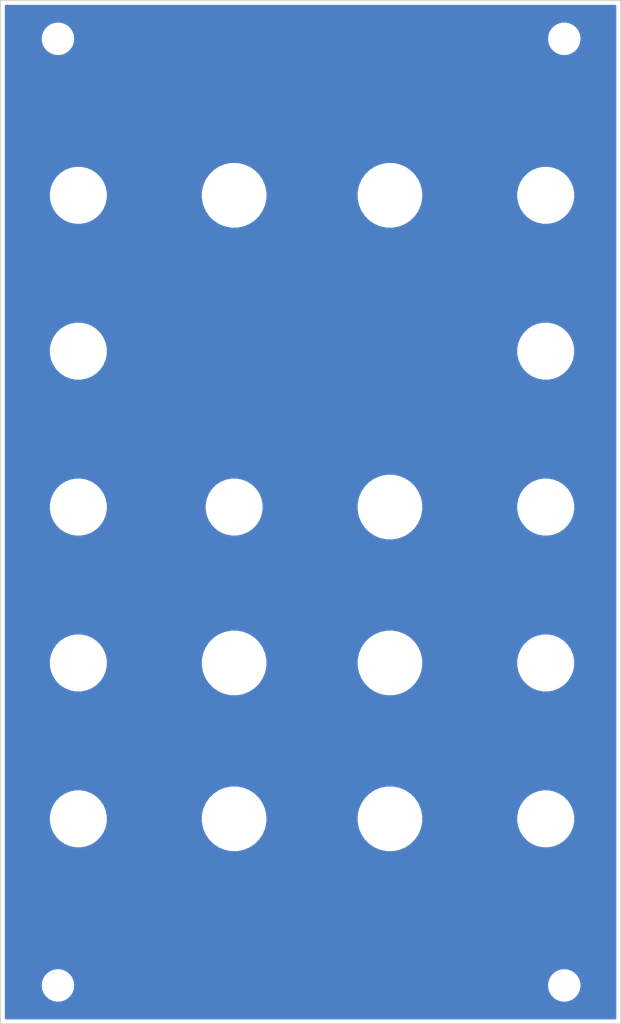
<source format=kicad_pcb>
(kicad_pcb (version 20171130) (host pcbnew 5.1.6-c6e7f7d~86~ubuntu20.04.1)

  (general
    (thickness 1.6)
    (drawings 24)
    (tracks 0)
    (zones 0)
    (modules 27)
    (nets 1)
  )

  (page A4)
  (title_block
    (title X4046)
    (date 2019-09-02)
    (rev R01)
    (comment 1 "Panel PCB")
    (comment 2 "Original design by Thomas Henry")
    (comment 4 "License CC BY 4.0 - Attribution 4.0 International")
  )

  (layers
    (0 F.Cu signal)
    (31 B.Cu signal hide)
    (32 B.Adhes user)
    (33 F.Adhes user)
    (34 B.Paste user)
    (35 F.Paste user)
    (36 B.SilkS user)
    (37 F.SilkS user)
    (38 B.Mask user)
    (39 F.Mask user)
    (40 Dwgs.User user hide)
    (41 Cmts.User user hide)
    (42 Eco1.User user hide)
    (43 Eco2.User user hide)
    (44 Edge.Cuts user)
    (45 Margin user)
    (46 B.CrtYd user)
    (47 F.CrtYd user)
    (48 B.Fab user)
    (49 F.Fab user)
  )

  (setup
    (last_trace_width 0.25)
    (trace_clearance 0.2)
    (zone_clearance 0.508)
    (zone_45_only no)
    (trace_min 0.2)
    (via_size 0.8)
    (via_drill 0.4)
    (via_min_size 0.4)
    (via_min_drill 0.3)
    (uvia_size 0.3)
    (uvia_drill 0.1)
    (uvias_allowed no)
    (uvia_min_size 0.2)
    (uvia_min_drill 0.1)
    (edge_width 0.05)
    (segment_width 0.2)
    (pcb_text_width 0.3)
    (pcb_text_size 1.5 1.5)
    (mod_edge_width 0.12)
    (mod_text_size 1 1)
    (mod_text_width 0.15)
    (pad_size 3.2 3.2)
    (pad_drill 3.2)
    (pad_to_mask_clearance 0.051)
    (solder_mask_min_width 0.25)
    (aux_axis_origin 0 0)
    (visible_elements FFFFFF7F)
    (pcbplotparams
      (layerselection 0x010fc_ffffffff)
      (usegerberextensions false)
      (usegerberattributes false)
      (usegerberadvancedattributes false)
      (creategerberjobfile false)
      (excludeedgelayer false)
      (linewidth 0.150000)
      (plotframeref false)
      (viasonmask false)
      (mode 1)
      (useauxorigin false)
      (hpglpennumber 1)
      (hpglpenspeed 20)
      (hpglpendiameter 15.000000)
      (psnegative false)
      (psa4output false)
      (plotreference true)
      (plotvalue true)
      (plotinvisibletext false)
      (padsonsilk false)
      (subtractmaskfromsilk false)
      (outputformat 1)
      (mirror false)
      (drillshape 0)
      (scaleselection 1)
      (outputdirectory "./gerbers"))
  )

  (net 0 "")

  (net_class Default "This is the default net class."
    (clearance 0.2)
    (trace_width 0.25)
    (via_dia 0.8)
    (via_drill 0.4)
    (uvia_dia 0.3)
    (uvia_drill 0.1)
  )

  (module elektrophon:panel_jack (layer F.Cu) (tedit 5DA46DDA) (tstamp 5D6B46F9)
    (at 96.52 132.08)
    (descr "Mounting Hole 8.4mm, no annular, M8")
    (tags "mounting hole 8.4mm no annular m8")
    (path /5D6B4FC6)
    (attr virtual)
    (fp_text reference H18 (at 0 -9.4) (layer F.SilkS) hide
      (effects (font (size 1 1) (thickness 0.15)))
    )
    (fp_text value square (at 0 9.144) (layer F.Mask) hide
      (effects (font (size 2 1.4) (thickness 0.25)))
    )
    (fp_text user %R (at 0.3 0) (layer F.Fab) hide
      (effects (font (size 1 1) (thickness 0.15)))
    )
    (fp_circle (center 0 0) (end 4 0) (layer Cmts.User) (width 0.15))
    (fp_circle (center 0 0) (end 4.2 0) (layer F.CrtYd) (width 0.05))
    (pad "" np_thru_hole circle (at 0 0) (size 6.4 6.4) (drill 6.4) (layers *.Cu *.Mask))
    (model "${KIPRJMOD}/../../../lib/kicad/models/PJ301M-12 Thonkiconn v0.2.stp"
      (offset (xyz 0 0.8 -10.5))
      (scale (xyz 1 1 1))
      (rotate (xyz 0 0 0))
    )
  )

  (module elektrophon:panel_jack (layer F.Cu) (tedit 5DA46DDA) (tstamp 5D6B46F4)
    (at 96.52 111.76)
    (descr "Mounting Hole 8.4mm, no annular, M8")
    (tags "mounting hole 8.4mm no annular m8")
    (path /5D6B1F22)
    (attr virtual)
    (fp_text reference H17 (at 0 -9.4) (layer F.SilkS) hide
      (effects (font (size 1 1) (thickness 0.15)))
    )
    (fp_text value fall (at 0 9.144) (layer F.Mask) hide
      (effects (font (size 2 1.4) (thickness 0.25)))
    )
    (fp_text user %R (at 0.3 0) (layer F.Fab) hide
      (effects (font (size 1 1) (thickness 0.15)))
    )
    (fp_circle (center 0 0) (end 4 0) (layer Cmts.User) (width 0.15))
    (fp_circle (center 0 0) (end 4.2 0) (layer F.CrtYd) (width 0.05))
    (pad "" np_thru_hole circle (at 0 0) (size 6.4 6.4) (drill 6.4) (layers *.Cu *.Mask))
    (model "${KIPRJMOD}/../../../lib/kicad/models/PJ301M-12 Thonkiconn v0.2.stp"
      (offset (xyz 0 0.8 -10.5))
      (scale (xyz 1 1 1))
      (rotate (xyz 0 0 0))
    )
  )

  (module elektrophon:panel_jack (layer F.Cu) (tedit 5DA46DDA) (tstamp 5D6B46EA)
    (at 96.52 71.12)
    (descr "Mounting Hole 8.4mm, no annular, M8")
    (tags "mounting hole 8.4mm no annular m8")
    (path /5D6B1096)
    (attr virtual)
    (fp_text reference H15 (at 0 -9.4) (layer F.SilkS) hide
      (effects (font (size 1 1) (thickness 0.15)))
    )
    (fp_text value triangle (at 0 9.144) (layer F.Mask) hide
      (effects (font (size 2 1.4) (thickness 0.25)))
    )
    (fp_text user %R (at 0.3 0) (layer F.Fab) hide
      (effects (font (size 1 1) (thickness 0.15)))
    )
    (fp_circle (center 0 0) (end 4 0) (layer Cmts.User) (width 0.15))
    (fp_circle (center 0 0) (end 4.2 0) (layer F.CrtYd) (width 0.05))
    (pad "" np_thru_hole circle (at 0 0) (size 6.4 6.4) (drill 6.4) (layers *.Cu *.Mask))
    (model "${KIPRJMOD}/../../../lib/kicad/models/PJ301M-12 Thonkiconn v0.2.stp"
      (offset (xyz 0 0.8 -10.5))
      (scale (xyz 1 1 1))
      (rotate (xyz 0 0 0))
    )
  )

  (module elektrophon:panel_jack (layer F.Cu) (tedit 5DA46DDA) (tstamp 5D6B46E5)
    (at 96.52 50.8)
    (descr "Mounting Hole 8.4mm, no annular, M8")
    (tags "mounting hole 8.4mm no annular m8")
    (path /5D6B02B8)
    (attr virtual)
    (fp_text reference H14 (at 0 -9.4) (layer F.SilkS) hide
      (effects (font (size 1 1) (thickness 0.15)))
    )
    (fp_text value saw (at 0 9.144) (layer F.Mask) hide
      (effects (font (size 2 1.4) (thickness 0.25)))
    )
    (fp_text user %R (at 0.3 0) (layer F.Fab) hide
      (effects (font (size 1 1) (thickness 0.15)))
    )
    (fp_circle (center 0 0) (end 4 0) (layer Cmts.User) (width 0.15))
    (fp_circle (center 0 0) (end 4.2 0) (layer F.CrtYd) (width 0.05))
    (pad "" np_thru_hole circle (at 0 0) (size 6.4 6.4) (drill 6.4) (layers *.Cu *.Mask))
    (model "${KIPRJMOD}/../../../lib/kicad/models/PJ301M-12 Thonkiconn v0.2.stp"
      (offset (xyz 0 0.8 -10.5))
      (scale (xyz 1 1 1))
      (rotate (xyz 0 0 0))
    )
  )

  (module elektrophon:panel_potentiometer (layer F.Cu) (tedit 5EE650CE) (tstamp 5D6B46E0)
    (at 76.2 132.08)
    (descr "Mounting Hole 8.4mm, no annular, M8")
    (tags "mounting hole 8.4mm no annular m8")
    (path /5D6B4FC0)
    (attr virtual)
    (fp_text reference H13 (at 0 -9.4) (layer F.SilkS) hide
      (effects (font (size 1 1) (thickness 0.15)))
    )
    (fp_text value PW (at 0 9.144) (layer F.Mask) hide
      (effects (font (size 2 1.4) (thickness 0.25)))
    )
    (fp_text user %R (at 0.3 0) (layer F.Fab) hide
      (effects (font (size 1 1) (thickness 0.15)))
    )
    (fp_circle (center 0 0) (end 6.35 0) (layer Cmts.User) (width 0.15))
    (fp_circle (center 0 0) (end 6.6 0) (layer F.CrtYd) (width 0.05))
    (pad "" np_thru_hole circle (at 0 0) (size 7.4 7.4) (drill 7.4) (layers *.Cu *.Mask))
    (model ${KIPRJMOD}/../../../lib/kicad/models/ALPHA-RD901F-40.step
      (offset (xyz 0 0.5 -12))
      (scale (xyz 1 1 1))
      (rotate (xyz 0 0 0))
    )
  )

  (module elektrophon:panel_potentiometer (layer F.Cu) (tedit 5EE650CE) (tstamp 5D6B46DB)
    (at 76.2 111.76)
    (descr "Mounting Hole 8.4mm, no annular, M8")
    (tags "mounting hole 8.4mm no annular m8")
    (path /5D6B1F1C)
    (attr virtual)
    (fp_text reference H12 (at 0 -9.4) (layer F.SilkS) hide
      (effects (font (size 1 1) (thickness 0.15)))
    )
    (fp_text value skew (at 0 9.144) (layer F.Mask) hide
      (effects (font (size 2 1.4) (thickness 0.25)))
    )
    (fp_text user %R (at 0.3 0) (layer F.Fab) hide
      (effects (font (size 1 1) (thickness 0.15)))
    )
    (fp_circle (center 0 0) (end 6.35 0) (layer Cmts.User) (width 0.15))
    (fp_circle (center 0 0) (end 6.6 0) (layer F.CrtYd) (width 0.05))
    (pad "" np_thru_hole circle (at 0 0) (size 7.4 7.4) (drill 7.4) (layers *.Cu *.Mask))
    (model ${KIPRJMOD}/../../../lib/kicad/models/ALPHA-RD901F-40.step
      (offset (xyz 0 0.5 -12))
      (scale (xyz 1 1 1))
      (rotate (xyz 0 0 0))
    )
  )

  (module elektrophon:panel_potentiometer (layer F.Cu) (tedit 5EE650CE) (tstamp 5D6B46D1)
    (at 76.2 50.8)
    (descr "Mounting Hole 8.4mm, no annular, M8")
    (tags "mounting hole 8.4mm no annular m8")
    (path /5D6AFC16)
    (attr virtual)
    (fp_text reference H10 (at 0 -9.4) (layer F.SilkS) hide
      (effects (font (size 1 1) (thickness 0.15)))
    )
    (fp_text value fine (at 0 9.144) (layer F.Mask) hide
      (effects (font (size 2 1.4) (thickness 0.25)))
    )
    (fp_text user %R (at 0.3 0) (layer F.Fab) hide
      (effects (font (size 1 1) (thickness 0.15)))
    )
    (fp_circle (center 0 0) (end 6.35 0) (layer Cmts.User) (width 0.15))
    (fp_circle (center 0 0) (end 6.6 0) (layer F.CrtYd) (width 0.05))
    (pad "" np_thru_hole circle (at 0 0) (size 7.4 7.4) (drill 7.4) (layers *.Cu *.Mask))
    (model ${KIPRJMOD}/../../../lib/kicad/models/ALPHA-RD901F-40.step
      (offset (xyz 0 0.5 -12))
      (scale (xyz 1 1 1))
      (rotate (xyz 0 0 0))
    )
  )

  (module elektrophon:panel_potentiometer (layer F.Cu) (tedit 5EE650CE) (tstamp 5D6B46CC)
    (at 55.88 132.08)
    (descr "Mounting Hole 8.4mm, no annular, M8")
    (tags "mounting hole 8.4mm no annular m8")
    (path /5D6B4FBA)
    (attr virtual)
    (fp_text reference H9 (at 0 -9.4) (layer F.SilkS) hide
      (effects (font (size 1 1) (thickness 0.15)))
    )
    (fp_text value atten (at 0 9.144) (layer F.Mask) hide
      (effects (font (size 2 1.4) (thickness 0.25)))
    )
    (fp_text user %R (at 0.3 0) (layer F.Fab) hide
      (effects (font (size 1 1) (thickness 0.15)))
    )
    (fp_circle (center 0 0) (end 6.35 0) (layer Cmts.User) (width 0.15))
    (fp_circle (center 0 0) (end 6.6 0) (layer F.CrtYd) (width 0.05))
    (pad "" np_thru_hole circle (at 0 0) (size 7.4 7.4) (drill 7.4) (layers *.Cu *.Mask))
    (model ${KIPRJMOD}/../../../lib/kicad/models/ALPHA-RD901F-40.step
      (offset (xyz 0 0.5 -12))
      (scale (xyz 1 1 1))
      (rotate (xyz 0 0 0))
    )
  )

  (module elektrophon:panel_potentiometer (layer F.Cu) (tedit 5EE650CE) (tstamp 5D6B46C7)
    (at 55.88 111.76)
    (descr "Mounting Hole 8.4mm, no annular, M8")
    (tags "mounting hole 8.4mm no annular m8")
    (path /5D6B1F16)
    (attr virtual)
    (fp_text reference H8 (at 0 -9.4) (layer F.SilkS) hide
      (effects (font (size 1 1) (thickness 0.15)))
    )
    (fp_text value atten (at 0 9.144) (layer F.Mask) hide
      (effects (font (size 2 1.4) (thickness 0.25)))
    )
    (fp_text user %R (at 0.3 0) (layer F.Fab) hide
      (effects (font (size 1 1) (thickness 0.15)))
    )
    (fp_circle (center 0 0) (end 6.35 0) (layer Cmts.User) (width 0.15))
    (fp_circle (center 0 0) (end 6.6 0) (layer F.CrtYd) (width 0.05))
    (pad "" np_thru_hole circle (at 0 0) (size 7.4 7.4) (drill 7.4) (layers *.Cu *.Mask))
    (model ${KIPRJMOD}/../../../lib/kicad/models/ALPHA-RD901F-40.step
      (offset (xyz 0 0.5 -12))
      (scale (xyz 1 1 1))
      (rotate (xyz 0 0 0))
    )
  )

  (module elektrophon:panel_potentiometer (layer F.Cu) (tedit 5EE650CE) (tstamp 5D6B46BD)
    (at 55.88 50.8)
    (descr "Mounting Hole 8.4mm, no annular, M8")
    (tags "mounting hole 8.4mm no annular m8")
    (path /5D6AF633)
    (attr virtual)
    (fp_text reference H6 (at 0 -9.4) (layer F.SilkS) hide
      (effects (font (size 1 1) (thickness 0.15)))
    )
    (fp_text value coarse (at 0 9.144) (layer F.Mask) hide
      (effects (font (size 2 1.4) (thickness 0.25)))
    )
    (fp_text user %R (at 0.3 0) (layer F.Fab) hide
      (effects (font (size 1 1) (thickness 0.15)))
    )
    (fp_circle (center 0 0) (end 6.35 0) (layer Cmts.User) (width 0.15))
    (fp_circle (center 0 0) (end 6.6 0) (layer F.CrtYd) (width 0.05))
    (pad "" np_thru_hole circle (at 0 0) (size 7.4 7.4) (drill 7.4) (layers *.Cu *.Mask))
    (model ${KIPRJMOD}/../../../lib/kicad/models/ALPHA-RD901F-40.step
      (offset (xyz 0 0.5 -12))
      (scale (xyz 1 1 1))
      (rotate (xyz 0 0 0))
    )
  )

  (module elektrophon:panel_jack (layer F.Cu) (tedit 5DA46DDA) (tstamp 5D6B46B8)
    (at 35.56 132.08)
    (descr "Mounting Hole 8.4mm, no annular, M8")
    (tags "mounting hole 8.4mm no annular m8")
    (path /5D6B4FB4)
    (attr virtual)
    (fp_text reference H5 (at 0 -9.4) (layer F.SilkS) hide
      (effects (font (size 1 1) (thickness 0.15)))
    )
    (fp_text value PWM (at 0 9.144) (layer F.Mask) hide
      (effects (font (size 2 1.4) (thickness 0.25)))
    )
    (fp_text user %R (at 0.3 0) (layer F.Fab) hide
      (effects (font (size 1 1) (thickness 0.15)))
    )
    (fp_circle (center 0 0) (end 4 0) (layer Cmts.User) (width 0.15))
    (fp_circle (center 0 0) (end 4.2 0) (layer F.CrtYd) (width 0.05))
    (pad "" np_thru_hole circle (at 0 0) (size 6.4 6.4) (drill 6.4) (layers *.Cu *.Mask))
    (model "${KIPRJMOD}/../../../lib/kicad/models/PJ301M-12 Thonkiconn v0.2.stp"
      (offset (xyz 0 0.8 -10.5))
      (scale (xyz 1 1 1))
      (rotate (xyz 0 0 0))
    )
  )

  (module elektrophon:panel_jack (layer F.Cu) (tedit 5DA46DDA) (tstamp 5D6B46B3)
    (at 35.56 111.76)
    (descr "Mounting Hole 8.4mm, no annular, M8")
    (tags "mounting hole 8.4mm no annular m8")
    (path /5D6B1F10)
    (attr virtual)
    (fp_text reference H4 (at 0 -9.4) (layer F.SilkS) hide
      (effects (font (size 1 1) (thickness 0.15)))
    )
    (fp_text value expFM (at 0 9.144) (layer F.Mask) hide
      (effects (font (size 2 1.4) (thickness 0.25)))
    )
    (fp_text user %R (at 0.3 0) (layer F.Fab) hide
      (effects (font (size 1 1) (thickness 0.15)))
    )
    (fp_circle (center 0 0) (end 4 0) (layer Cmts.User) (width 0.15))
    (fp_circle (center 0 0) (end 4.2 0) (layer F.CrtYd) (width 0.05))
    (pad "" np_thru_hole circle (at 0 0) (size 6.4 6.4) (drill 6.4) (layers *.Cu *.Mask))
    (model "${KIPRJMOD}/../../../lib/kicad/models/PJ301M-12 Thonkiconn v0.2.stp"
      (offset (xyz 0 0.8 -10.5))
      (scale (xyz 1 1 1))
      (rotate (xyz 0 0 0))
    )
  )

  (module elektrophon:panel_jack (layer F.Cu) (tedit 5DA46DDA) (tstamp 5D6B46AE)
    (at 35.56 91.44)
    (descr "Mounting Hole 8.4mm, no annular, M8")
    (tags "mounting hole 8.4mm no annular m8")
    (path /5D6B18CE)
    (attr virtual)
    (fp_text reference H3 (at 0 -9.4) (layer F.SilkS) hide
      (effects (font (size 1 1) (thickness 0.15)))
    )
    (fp_text value linFM (at 0 9.144) (layer F.Mask) hide
      (effects (font (size 2 1.4) (thickness 0.25)))
    )
    (fp_text user %R (at 0.3 0) (layer F.Fab) hide
      (effects (font (size 1 1) (thickness 0.15)))
    )
    (fp_circle (center 0 0) (end 4 0) (layer Cmts.User) (width 0.15))
    (fp_circle (center 0 0) (end 4.2 0) (layer F.CrtYd) (width 0.05))
    (pad "" np_thru_hole circle (at 0 0) (size 6.4 6.4) (drill 6.4) (layers *.Cu *.Mask))
    (model "${KIPRJMOD}/../../../lib/kicad/models/PJ301M-12 Thonkiconn v0.2.stp"
      (offset (xyz 0 0.8 -10.5))
      (scale (xyz 1 1 1))
      (rotate (xyz 0 0 0))
    )
  )

  (module elektrophon:panel_jack (layer F.Cu) (tedit 5DA46DDA) (tstamp 5D6B46A9)
    (at 35.56 71.12)
    (descr "Mounting Hole 8.4mm, no annular, M8")
    (tags "mounting hole 8.4mm no annular m8")
    (path /5D6B1084)
    (attr virtual)
    (fp_text reference H2 (at 0 -9.4) (layer F.SilkS) hide
      (effects (font (size 1 1) (thickness 0.15)))
    )
    (fp_text value sync (at 0 9.144) (layer F.Mask) hide
      (effects (font (size 2 1.4) (thickness 0.25)))
    )
    (fp_text user %R (at 0.3 0) (layer F.Fab) hide
      (effects (font (size 1 1) (thickness 0.15)))
    )
    (fp_circle (center 0 0) (end 4 0) (layer Cmts.User) (width 0.15))
    (fp_circle (center 0 0) (end 4.2 0) (layer F.CrtYd) (width 0.05))
    (pad "" np_thru_hole circle (at 0 0) (size 6.4 6.4) (drill 6.4) (layers *.Cu *.Mask))
    (model "${KIPRJMOD}/../../../lib/kicad/models/PJ301M-12 Thonkiconn v0.2.stp"
      (offset (xyz 0 0.8 -10.5))
      (scale (xyz 1 1 1))
      (rotate (xyz 0 0 0))
    )
  )

  (module elektrophon:panel_jack (layer F.Cu) (tedit 5DA46DDA) (tstamp 5D6B46A4)
    (at 35.56 50.8)
    (descr "Mounting Hole 8.4mm, no annular, M8")
    (tags "mounting hole 8.4mm no annular m8")
    (path /5D6AF58E)
    (attr virtual)
    (fp_text reference H1 (at 0 -9.4) (layer F.SilkS) hide
      (effects (font (size 1 1) (thickness 0.15)))
    )
    (fp_text value 1v/oct (at 0 9.144) (layer F.Mask) hide
      (effects (font (size 2 1.4) (thickness 0.25)))
    )
    (fp_text user %R (at 0.3 0) (layer F.Fab) hide
      (effects (font (size 1 1) (thickness 0.15)))
    )
    (fp_circle (center 0 0) (end 4 0) (layer Cmts.User) (width 0.15))
    (fp_circle (center 0 0) (end 4.2 0) (layer F.CrtYd) (width 0.05))
    (pad "" np_thru_hole circle (at 0 0) (size 6.4 6.4) (drill 6.4) (layers *.Cu *.Mask))
    (model "${KIPRJMOD}/../../../lib/kicad/models/PJ301M-12 Thonkiconn v0.2.stp"
      (offset (xyz 0 0.8 -10.5))
      (scale (xyz 1 1 1))
      (rotate (xyz 0 0 0))
    )
  )

  (module elektrophon:panel_switch (layer F.Cu) (tedit 5EE642B8) (tstamp 5D6B46C2)
    (at 55.88 91.44)
    (descr "Mounting Hole 8.4mm, no annular, M8")
    (tags "mounting hole 8.4mm no annular m8")
    (path /5D6B18D4)
    (attr virtual)
    (fp_text reference H7 (at 0 -9.4) (layer F.SilkS) hide
      (effects (font (size 1 1) (thickness 0.15)))
    )
    (fp_text value ac/dc (at 0 9.144) (layer F.Mask) hide
      (effects (font (size 2 1.4) (thickness 0.25)))
    )
    (fp_text user %R (at 0.3 0) (layer F.Fab) hide
      (effects (font (size 1 1) (thickness 0.15)))
    )
    (fp_circle (center 0 0) (end 5.2 0) (layer F.CrtYd) (width 0.05))
    (fp_circle (center 0 0) (end 5 0) (layer Cmts.User) (width 0.15))
    (pad "" np_thru_hole circle (at 0 0) (size 6.4 6.4) (drill 6.4) (layers *.Cu *.Mask))
    (model "/home/etienne/Documents/elektrophon/lib/kicad/models/SPDT Toggle Switch.stp"
      (offset (xyz -3.5 12.5 -10.5))
      (scale (xyz 1 1 1))
      (rotate (xyz -90 0 -90))
    )
  )

  (module elektrophon:panel_jack (layer F.Cu) (tedit 5DA46DDA) (tstamp 5D6B46EF)
    (at 96.52 91.44)
    (descr "Mounting Hole 8.4mm, no annular, M8")
    (tags "mounting hole 8.4mm no annular m8")
    (path /5D6B18E0)
    (attr virtual)
    (fp_text reference H16 (at 0 -9.4) (layer F.SilkS) hide
      (effects (font (size 1 1) (thickness 0.15)))
    )
    (fp_text value sine (at 0 9.144) (layer F.Mask) hide
      (effects (font (size 2 1.4) (thickness 0.25)))
    )
    (fp_text user %R (at 0.3 0) (layer F.Fab)
      (effects (font (size 1 1) (thickness 0.15)))
    )
    (fp_circle (center 0 0) (end 4 0) (layer Cmts.User) (width 0.15))
    (fp_circle (center 0 0) (end 4.2 0) (layer F.CrtYd) (width 0.05))
    (pad "" np_thru_hole circle (at 0 0) (size 6.4 6.4) (drill 6.4) (layers *.Cu *.Mask))
    (model "${KIPRJMOD}/../../../lib/kicad/models/PJ301M-12 Thonkiconn v0.2.stp"
      (offset (xyz 0 0.8 -10.5))
      (scale (xyz 1 1 1))
      (rotate (xyz 0 0 0))
    )
  )

  (module elektrophon:waveshape_sine (layer F.Cu) (tedit 5D6AF917) (tstamp 5D6C289C)
    (at 96.52 91.44)
    (descr "Imported from ../../lib/kicad/elektrophon.pretty/sine.svg")
    (tags svg2mod)
    (attr smd)
    (fp_text reference svg2mod (at 0 -4.119191) (layer F.SilkS) hide
      (effects (font (size 1.524 1.524) (thickness 0.3048)))
    )
    (fp_text value G*** (at 0 11.684) (layer F.SilkS) hide
      (effects (font (size 1.524 1.524) (thickness 0.3048)))
    )
    (fp_line (start -2.538214 8.671618) (end -2.362736 8.317877) (layer F.Mask) (width 0.5))
    (fp_line (start -2.362736 8.317877) (end -1.866564 7.727725) (layer F.Mask) (width 0.5))
    (fp_line (start -1.866564 7.727725) (end -1.512403 7.564809) (layer F.Mask) (width 0.5))
    (fp_line (start -1.512403 7.564809) (end -1.095093 7.607769) (layer F.Mask) (width 0.5))
    (fp_line (start -1.095093 7.607769) (end -0.620307 7.94493) (layer F.Mask) (width 0.5))
    (fp_line (start -0.620307 7.94493) (end -0.093719 8.664618) (layer F.Mask) (width 0.5))
    (fp_line (start -0.093719 8.664618) (end 0.440923 9.376595) (layer F.Mask) (width 0.5))
    (fp_line (start 0.440923 9.376595) (end 0.936943 9.693258) (layer F.Mask) (width 0.5))
    (fp_line (start 0.936943 9.693258) (end 1.384272 9.707191) (layer F.Mask) (width 0.5))
    (fp_line (start 1.384272 9.707191) (end 1.772845 9.510977) (layer F.Mask) (width 0.5))
    (fp_line (start 1.772845 9.510977) (end 2.333448 8.858449) (layer F.Mask) (width 0.5))
    (fp_line (start 2.333448 8.858449) (end 2.538214 8.476346) (layer F.Mask) (width 0.5))
  )

  (module elektrophon:panel_potentiometer (layer F.Cu) (tedit 5EE650CE) (tstamp 5D6B46D6)
    (at 76.2 91.44)
    (descr "Mounting Hole 8.4mm, no annular, M8")
    (tags "mounting hole 8.4mm no annular m8")
    (path /5D6B18DA)
    (attr virtual)
    (fp_text reference H11 (at 0 -9.4) (layer F.SilkS) hide
      (effects (font (size 1 1) (thickness 0.15)))
    )
    (fp_text value atten (at 0 9.144) (layer F.Mask) hide
      (effects (font (size 2 1.4) (thickness 0.25)))
    )
    (fp_text user %R (at 0.3 0) (layer F.Fab)
      (effects (font (size 1 1) (thickness 0.15)))
    )
    (fp_circle (center 0 0) (end 6.35 0) (layer Cmts.User) (width 0.15))
    (fp_circle (center 0 0) (end 6.6 0) (layer F.CrtYd) (width 0.05))
    (pad "" np_thru_hole circle (at 0 0) (size 7.4 7.4) (drill 7.4) (layers *.Cu *.Mask))
    (model ${KIPRJMOD}/../../../lib/kicad/models/ALPHA-RD901F-40.step
      (offset (xyz 0 0.5 -12))
      (scale (xyz 1 1 1))
      (rotate (xyz 0 0 0))
    )
  )

  (module elektrophon:waveshape_square (layer F.Cu) (tedit 5D6AF935) (tstamp 5D6C28B5)
    (at 96.52 132.08)
    (descr "Imported from ../../lib/kicad/elektrophon.pretty/saw.svg")
    (tags svg2mod)
    (attr smd)
    (fp_text reference svg2mod (at 0 -4.58823) (layer F.SilkS) hide
      (effects (font (size 1.524 1.524) (thickness 0.3048)))
    )
    (fp_text value G*** (at 0 11.176) (layer F.SilkS) hide
      (effects (font (size 1.524 1.524) (thickness 0.3048)))
    )
    (fp_line (start -2.032 8.62667) (end -2.032 7.112) (layer F.Mask) (width 0.5))
    (fp_line (start -2.032 7.09577) (end -0.207183 7.09617) (layer F.Mask) (width 0.5))
    (fp_line (start 0 7.112) (end 0 9.652) (layer F.Mask) (width 0.5))
    (fp_line (start 0 9.652) (end 2.032 9.652) (layer F.Mask) (width 0.5))
    (fp_line (start 2.032 9.652) (end 2.032 8.128) (layer F.Mask) (width 0.5))
  )

  (module elektrophon:waveshape_saw (layer F.Cu) (tedit 5D6AF863) (tstamp 5D6C286E)
    (at 96.52 50.8)
    (descr "Imported from ../../lib/kicad/elektrophon.pretty/fall.svg")
    (tags svg2mod)
    (attr smd)
    (fp_text reference svg2mod (at 0 -4.69341) (layer F.SilkS) hide
      (effects (font (size 1.524 1.524) (thickness 0.3048)))
    )
    (fp_text value G*** (at 0 11.684) (layer F.SilkS) hide
      (effects (font (size 1.524 1.524) (thickness 0.3048)))
    )
    (fp_line (start -1.016 9.652) (end -1.016 7.62) (layer F.Mask) (width 0.5))
    (fp_line (start -1.016 7.49859) (end 2.54 9.652) (layer F.Mask) (width 0.5))
  )

  (module elektrophon:waveshape_triangle (layer F.Cu) (tedit 5D6AF949) (tstamp 5D6C283E)
    (at 96.52 71.12)
    (descr "Imported from ../../lib/kicad/elektrophon.pretty/triangle.svg")
    (tags svg2mod)
    (attr smd)
    (fp_text reference svg2mod (at 0 -4.43467) (layer F.SilkS) hide
      (effects (font (size 1.524 1.524) (thickness 0.3048)))
    )
    (fp_text value G*** (at 0 11.176) (layer F.SilkS) hide
      (effects (font (size 1.524 1.524) (thickness 0.3048)))
    )
    (fp_line (start -2.032 8.636) (end -0.508 6.604) (layer F.Mask) (width 0.5))
    (fp_line (start -0.508 6.604) (end 1.524 9.51467) (layer F.Mask) (width 0.5))
    (fp_line (start 1.524 9.51467) (end 2.54 7.82361) (layer F.Mask) (width 0.5))
  )

  (module elektrophon:waveshape_fall (layer F.Cu) (tedit 5D6AF872) (tstamp 5D6C2628)
    (at 96.52 111.76)
    (descr "Imported from ../../lib/kicad/elektrophon.pretty/fall.svg")
    (tags svg2mod)
    (attr smd)
    (fp_text reference svg2mod (at 0 -4.69341) (layer F.SilkS) hide
      (effects (font (size 1.524 1.524) (thickness 0.3048)))
    )
    (fp_text value G*** (at 0 11.684) (layer F.SilkS) hide
      (effects (font (size 1.524 1.524) (thickness 0.3048)))
    )
    (fp_line (start -1.524 9.652) (end -0.508 7.49859) (layer F.Mask) (width 0.5))
    (fp_line (start -0.508 7.49859) (end 2.032 9.652) (layer F.Mask) (width 0.5))
  )

  (module MountingHole:MountingHole_3.2mm_M3 (layer F.Cu) (tedit 56D1B4CB) (tstamp 5D6C7189)
    (at 98.94 153.8)
    (descr "Mounting Hole 3.2mm, no annular, M3")
    (tags "mounting hole 3.2mm no annular m3")
    (path /5D6C254B)
    (attr virtual)
    (fp_text reference H22 (at 0 -4.2) (layer F.SilkS) hide
      (effects (font (size 1 1) (thickness 0.15)))
    )
    (fp_text value MountingHole (at 0 4.2) (layer F.Fab) hide
      (effects (font (size 1 1) (thickness 0.15)))
    )
    (fp_text user %R (at 0.3 0) (layer F.Fab)
      (effects (font (size 1 1) (thickness 0.15)))
    )
    (fp_circle (center 0 0) (end 3.2 0) (layer Cmts.User) (width 0.15))
    (fp_circle (center 0 0) (end 3.45 0) (layer F.CrtYd) (width 0.05))
    (pad 1 np_thru_hole circle (at 0 0) (size 3.2 3.2) (drill 3.2) (layers *.Cu *.Mask))
  )

  (module MountingHole:MountingHole_3.2mm_M3 (layer F.Cu) (tedit 56D1B4CB) (tstamp 5D6C7181)
    (at 98.94 30.4)
    (descr "Mounting Hole 3.2mm, no annular, M3")
    (tags "mounting hole 3.2mm no annular m3")
    (path /5D6C22FB)
    (attr virtual)
    (fp_text reference H21 (at 0 -4.2) (layer F.SilkS) hide
      (effects (font (size 1 1) (thickness 0.15)))
    )
    (fp_text value MountingHole (at 0 4.2) (layer F.Fab) hide
      (effects (font (size 1 1) (thickness 0.15)))
    )
    (fp_text user %R (at 0.3 0) (layer F.Fab)
      (effects (font (size 1 1) (thickness 0.15)))
    )
    (fp_circle (center 0 0) (end 3.2 0) (layer Cmts.User) (width 0.15))
    (fp_circle (center 0 0) (end 3.45 0) (layer F.CrtYd) (width 0.05))
    (pad 1 np_thru_hole circle (at 0 0) (size 3.2 3.2) (drill 3.2) (layers *.Cu *.Mask))
  )

  (module MountingHole:MountingHole_3.2mm_M3 (layer F.Cu) (tedit 56D1B4CB) (tstamp 5D6C7179)
    (at 32.9 153.8)
    (descr "Mounting Hole 3.2mm, no annular, M3")
    (tags "mounting hole 3.2mm no annular m3")
    (path /5D6C2167)
    (attr virtual)
    (fp_text reference H20 (at 0 -4.2) (layer F.SilkS) hide
      (effects (font (size 1 1) (thickness 0.15)))
    )
    (fp_text value MountingHole (at 0 4.2) (layer F.Fab) hide
      (effects (font (size 1 1) (thickness 0.15)))
    )
    (fp_text user %R (at 0.3 0) (layer F.Fab)
      (effects (font (size 1 1) (thickness 0.15)))
    )
    (fp_circle (center 0 0) (end 3.2 0) (layer Cmts.User) (width 0.15))
    (fp_circle (center 0 0) (end 3.45 0) (layer F.CrtYd) (width 0.05))
    (pad 1 np_thru_hole circle (at 0 0) (size 3.2 3.2) (drill 3.2) (layers *.Cu *.Mask))
  )

  (module MountingHole:MountingHole_3.2mm_M3 (layer F.Cu) (tedit 56D1B4CB) (tstamp 5D6C7171)
    (at 32.9 30.4)
    (descr "Mounting Hole 3.2mm, no annular, M3")
    (tags "mounting hole 3.2mm no annular m3")
    (path /5D6C1F77)
    (attr virtual)
    (fp_text reference H19 (at 0 -4.2) (layer F.SilkS) hide
      (effects (font (size 1 1) (thickness 0.15)))
    )
    (fp_text value MountingHole (at 0 4.2) (layer F.Fab) hide
      (effects (font (size 1 1) (thickness 0.15)))
    )
    (fp_text user %R (at 0.3 0) (layer F.Fab)
      (effects (font (size 1 1) (thickness 0.15)))
    )
    (fp_circle (center 0 0) (end 3.2 0) (layer Cmts.User) (width 0.15))
    (fp_circle (center 0 0) (end 3.45 0) (layer F.CrtYd) (width 0.05))
    (pad 1 np_thru_hole circle (at 0 0) (size 3.2 3.2) (drill 3.2) (layers *.Cu *.Mask))
  )

  (gr_text pw (at 76.2 140.716) (layer F.Mask) (tstamp 5D6D86AA)
    (effects (font (size 2 1.4) (thickness 0.25)))
  )
  (gr_text atten (at 55.88 140.716) (layer F.Mask) (tstamp 5D6D86AA)
    (effects (font (size 2 1.4) (thickness 0.25)))
  )
  (gr_text pwm (at 35.56 140.716) (layer F.Mask) (tstamp 5D6D86AA)
    (effects (font (size 2 1.4) (thickness 0.25)))
  )
  (gr_text skew (at 76.2 120.396) (layer F.Mask) (tstamp 5D6D86AA)
    (effects (font (size 2 1.4) (thickness 0.25)))
  )
  (gr_text atten (at 55.88 120.396) (layer F.Mask) (tstamp 5D6D86AA)
    (effects (font (size 2 1.4) (thickness 0.25)))
  )
  (gr_text expFM (at 35.56 120.396) (layer F.Mask) (tstamp 5D6D86AA)
    (effects (font (size 2 1.4) (thickness 0.25)))
  )
  (gr_text fine (at 76.2 59.436) (layer F.Mask) (tstamp 5D6D86AA)
    (effects (font (size 2 1.4) (thickness 0.25)))
  )
  (gr_text coarse (at 55.88 59.436) (layer F.Mask) (tstamp 5D6D86AA)
    (effects (font (size 2 1.4) (thickness 0.25)))
  )
  (gr_text 1v/oct (at 35.56 59.436) (layer F.Mask) (tstamp 5D6D86AA)
    (effects (font (size 2 1.4) (thickness 0.25)))
  )
  (gr_text sync (at 35.56 79.756) (layer F.Mask) (tstamp 5D6D86AA)
    (effects (font (size 2 1.4) (thickness 0.25)))
  )
  (gr_text linFM (at 35.56 100.076) (layer F.Mask) (tstamp 5D6D86AA)
    (effects (font (size 2 1.4) (thickness 0.25)))
  )
  (gr_text ac/dc (at 55.88 100.076) (layer F.Mask) (tstamp 5D6D86A0)
    (effects (font (size 2 1.4) (thickness 0.25)))
  )
  (gr_text atten (at 76.2 100.076) (layer F.Mask)
    (effects (font (size 2 1.4) (thickness 0.25)))
  )
  (gr_text R01 (at 89.97 155.26) (layer F.Cu)
    (effects (font (size 2 1.4) (thickness 0.25)))
  )
  (gr_line (start 96.52 132.08) (end 35.56 132.08) (layer F.Mask) (width 0.18))
  (gr_line (start 35.56 50.8) (end 76.2 50.8) (layer F.Mask) (width 0.18))
  (gr_line (start 35.56 91.44) (end 76.2 91.44) (layer F.Mask) (width 0.18))
  (gr_line (start 35.56 111.76) (end 55.88 111.76) (layer F.Mask) (width 0.18))
  (gr_line (start 76.2 111.76) (end 96.52 111.76) (layer F.Mask) (width 0.18))
  (gr_text X4046 (at 66.04 30.48) (layer F.Mask)
    (effects (font (size 3 3) (thickness 0.35)))
  )
  (gr_line (start 106.3 158.8) (end 25.4 158.8) (layer Edge.Cuts) (width 0.12))
  (gr_line (start 106.3 25.4) (end 106.3 158.8) (layer Edge.Cuts) (width 0.12))
  (gr_line (start 25.4 25.4) (end 25.4 158.8) (layer Edge.Cuts) (width 0.12))
  (gr_line (start 25.4 25.4) (end 106.3 25.4) (layer Edge.Cuts) (width 0.12))

  (zone (net 0) (net_name "") (layer B.Cu) (tstamp 5D6DC77A) (hatch edge 0.508)
    (connect_pads (clearance 0.508))
    (min_thickness 0.254)
    (fill yes (arc_segments 32) (thermal_gap 0.508) (thermal_bridge_width 0.508))
    (polygon
      (pts
        (xy 25.43 25.4) (xy 106.33 25.39) (xy 106.27 158.8) (xy 25.4 158.75)
      )
    )
    (filled_polygon
      (pts
        (xy 105.605001 158.105) (xy 26.095 158.105) (xy 26.095 153.579872) (xy 30.665 153.579872) (xy 30.665 154.020128)
        (xy 30.75089 154.451925) (xy 30.919369 154.858669) (xy 31.163962 155.224729) (xy 31.475271 155.536038) (xy 31.841331 155.780631)
        (xy 32.248075 155.94911) (xy 32.679872 156.035) (xy 33.120128 156.035) (xy 33.551925 155.94911) (xy 33.958669 155.780631)
        (xy 34.324729 155.536038) (xy 34.636038 155.224729) (xy 34.880631 154.858669) (xy 35.04911 154.451925) (xy 35.135 154.020128)
        (xy 35.135 153.579872) (xy 96.705 153.579872) (xy 96.705 154.020128) (xy 96.79089 154.451925) (xy 96.959369 154.858669)
        (xy 97.203962 155.224729) (xy 97.515271 155.536038) (xy 97.881331 155.780631) (xy 98.288075 155.94911) (xy 98.719872 156.035)
        (xy 99.160128 156.035) (xy 99.591925 155.94911) (xy 99.998669 155.780631) (xy 100.364729 155.536038) (xy 100.676038 155.224729)
        (xy 100.920631 154.858669) (xy 101.08911 154.451925) (xy 101.175 154.020128) (xy 101.175 153.579872) (xy 101.08911 153.148075)
        (xy 100.920631 152.741331) (xy 100.676038 152.375271) (xy 100.364729 152.063962) (xy 99.998669 151.819369) (xy 99.591925 151.65089)
        (xy 99.160128 151.565) (xy 98.719872 151.565) (xy 98.288075 151.65089) (xy 97.881331 151.819369) (xy 97.515271 152.063962)
        (xy 97.203962 152.375271) (xy 96.959369 152.741331) (xy 96.79089 153.148075) (xy 96.705 153.579872) (xy 35.135 153.579872)
        (xy 35.04911 153.148075) (xy 34.880631 152.741331) (xy 34.636038 152.375271) (xy 34.324729 152.063962) (xy 33.958669 151.819369)
        (xy 33.551925 151.65089) (xy 33.120128 151.565) (xy 32.679872 151.565) (xy 32.248075 151.65089) (xy 31.841331 151.819369)
        (xy 31.475271 152.063962) (xy 31.163962 152.375271) (xy 30.919369 152.741331) (xy 30.75089 153.148075) (xy 30.665 153.579872)
        (xy 26.095 153.579872) (xy 26.095 131.702285) (xy 31.725 131.702285) (xy 31.725 132.457715) (xy 31.872377 133.198628)
        (xy 32.161467 133.896554) (xy 32.581161 134.52467) (xy 33.11533 135.058839) (xy 33.743446 135.478533) (xy 34.441372 135.767623)
        (xy 35.182285 135.915) (xy 35.937715 135.915) (xy 36.678628 135.767623) (xy 37.376554 135.478533) (xy 38.00467 135.058839)
        (xy 38.538839 134.52467) (xy 38.958533 133.896554) (xy 39.247623 133.198628) (xy 39.395 132.457715) (xy 39.395 131.702285)
        (xy 39.385205 131.65304) (xy 51.545 131.65304) (xy 51.545 132.50696) (xy 51.711592 133.344473) (xy 52.038373 134.133392)
        (xy 52.512786 134.843401) (xy 53.116599 135.447214) (xy 53.826608 135.921627) (xy 54.615527 136.248408) (xy 55.45304 136.415)
        (xy 56.30696 136.415) (xy 57.144473 136.248408) (xy 57.933392 135.921627) (xy 58.643401 135.447214) (xy 59.247214 134.843401)
        (xy 59.721627 134.133392) (xy 60.048408 133.344473) (xy 60.215 132.50696) (xy 60.215 131.65304) (xy 71.865 131.65304)
        (xy 71.865 132.50696) (xy 72.031592 133.344473) (xy 72.358373 134.133392) (xy 72.832786 134.843401) (xy 73.436599 135.447214)
        (xy 74.146608 135.921627) (xy 74.935527 136.248408) (xy 75.77304 136.415) (xy 76.62696 136.415) (xy 77.464473 136.248408)
        (xy 78.253392 135.921627) (xy 78.963401 135.447214) (xy 79.567214 134.843401) (xy 80.041627 134.133392) (xy 80.368408 133.344473)
        (xy 80.535 132.50696) (xy 80.535 131.702285) (xy 92.685 131.702285) (xy 92.685 132.457715) (xy 92.832377 133.198628)
        (xy 93.121467 133.896554) (xy 93.541161 134.52467) (xy 94.07533 135.058839) (xy 94.703446 135.478533) (xy 95.401372 135.767623)
        (xy 96.142285 135.915) (xy 96.897715 135.915) (xy 97.638628 135.767623) (xy 98.336554 135.478533) (xy 98.96467 135.058839)
        (xy 99.498839 134.52467) (xy 99.918533 133.896554) (xy 100.207623 133.198628) (xy 100.355 132.457715) (xy 100.355 131.702285)
        (xy 100.207623 130.961372) (xy 99.918533 130.263446) (xy 99.498839 129.63533) (xy 98.96467 129.101161) (xy 98.336554 128.681467)
        (xy 97.638628 128.392377) (xy 96.897715 128.245) (xy 96.142285 128.245) (xy 95.401372 128.392377) (xy 94.703446 128.681467)
        (xy 94.07533 129.101161) (xy 93.541161 129.63533) (xy 93.121467 130.263446) (xy 92.832377 130.961372) (xy 92.685 131.702285)
        (xy 80.535 131.702285) (xy 80.535 131.65304) (xy 80.368408 130.815527) (xy 80.041627 130.026608) (xy 79.567214 129.316599)
        (xy 78.963401 128.712786) (xy 78.253392 128.238373) (xy 77.464473 127.911592) (xy 76.62696 127.745) (xy 75.77304 127.745)
        (xy 74.935527 127.911592) (xy 74.146608 128.238373) (xy 73.436599 128.712786) (xy 72.832786 129.316599) (xy 72.358373 130.026608)
        (xy 72.031592 130.815527) (xy 71.865 131.65304) (xy 60.215 131.65304) (xy 60.048408 130.815527) (xy 59.721627 130.026608)
        (xy 59.247214 129.316599) (xy 58.643401 128.712786) (xy 57.933392 128.238373) (xy 57.144473 127.911592) (xy 56.30696 127.745)
        (xy 55.45304 127.745) (xy 54.615527 127.911592) (xy 53.826608 128.238373) (xy 53.116599 128.712786) (xy 52.512786 129.316599)
        (xy 52.038373 130.026608) (xy 51.711592 130.815527) (xy 51.545 131.65304) (xy 39.385205 131.65304) (xy 39.247623 130.961372)
        (xy 38.958533 130.263446) (xy 38.538839 129.63533) (xy 38.00467 129.101161) (xy 37.376554 128.681467) (xy 36.678628 128.392377)
        (xy 35.937715 128.245) (xy 35.182285 128.245) (xy 34.441372 128.392377) (xy 33.743446 128.681467) (xy 33.11533 129.101161)
        (xy 32.581161 129.63533) (xy 32.161467 130.263446) (xy 31.872377 130.961372) (xy 31.725 131.702285) (xy 26.095 131.702285)
        (xy 26.095 111.382285) (xy 31.725 111.382285) (xy 31.725 112.137715) (xy 31.872377 112.878628) (xy 32.161467 113.576554)
        (xy 32.581161 114.20467) (xy 33.11533 114.738839) (xy 33.743446 115.158533) (xy 34.441372 115.447623) (xy 35.182285 115.595)
        (xy 35.937715 115.595) (xy 36.678628 115.447623) (xy 37.376554 115.158533) (xy 38.00467 114.738839) (xy 38.538839 114.20467)
        (xy 38.958533 113.576554) (xy 39.247623 112.878628) (xy 39.395 112.137715) (xy 39.395 111.382285) (xy 39.385205 111.33304)
        (xy 51.545 111.33304) (xy 51.545 112.18696) (xy 51.711592 113.024473) (xy 52.038373 113.813392) (xy 52.512786 114.523401)
        (xy 53.116599 115.127214) (xy 53.826608 115.601627) (xy 54.615527 115.928408) (xy 55.45304 116.095) (xy 56.30696 116.095)
        (xy 57.144473 115.928408) (xy 57.933392 115.601627) (xy 58.643401 115.127214) (xy 59.247214 114.523401) (xy 59.721627 113.813392)
        (xy 60.048408 113.024473) (xy 60.215 112.18696) (xy 60.215 111.33304) (xy 71.865 111.33304) (xy 71.865 112.18696)
        (xy 72.031592 113.024473) (xy 72.358373 113.813392) (xy 72.832786 114.523401) (xy 73.436599 115.127214) (xy 74.146608 115.601627)
        (xy 74.935527 115.928408) (xy 75.77304 116.095) (xy 76.62696 116.095) (xy 77.464473 115.928408) (xy 78.253392 115.601627)
        (xy 78.963401 115.127214) (xy 79.567214 114.523401) (xy 80.041627 113.813392) (xy 80.368408 113.024473) (xy 80.535 112.18696)
        (xy 80.535 111.382285) (xy 92.685 111.382285) (xy 92.685 112.137715) (xy 92.832377 112.878628) (xy 93.121467 113.576554)
        (xy 93.541161 114.20467) (xy 94.07533 114.738839) (xy 94.703446 115.158533) (xy 95.401372 115.447623) (xy 96.142285 115.595)
        (xy 96.897715 115.595) (xy 97.638628 115.447623) (xy 98.336554 115.158533) (xy 98.96467 114.738839) (xy 99.498839 114.20467)
        (xy 99.918533 113.576554) (xy 100.207623 112.878628) (xy 100.355 112.137715) (xy 100.355 111.382285) (xy 100.207623 110.641372)
        (xy 99.918533 109.943446) (xy 99.498839 109.31533) (xy 98.96467 108.781161) (xy 98.336554 108.361467) (xy 97.638628 108.072377)
        (xy 96.897715 107.925) (xy 96.142285 107.925) (xy 95.401372 108.072377) (xy 94.703446 108.361467) (xy 94.07533 108.781161)
        (xy 93.541161 109.31533) (xy 93.121467 109.943446) (xy 92.832377 110.641372) (xy 92.685 111.382285) (xy 80.535 111.382285)
        (xy 80.535 111.33304) (xy 80.368408 110.495527) (xy 80.041627 109.706608) (xy 79.567214 108.996599) (xy 78.963401 108.392786)
        (xy 78.253392 107.918373) (xy 77.464473 107.591592) (xy 76.62696 107.425) (xy 75.77304 107.425) (xy 74.935527 107.591592)
        (xy 74.146608 107.918373) (xy 73.436599 108.392786) (xy 72.832786 108.996599) (xy 72.358373 109.706608) (xy 72.031592 110.495527)
        (xy 71.865 111.33304) (xy 60.215 111.33304) (xy 60.048408 110.495527) (xy 59.721627 109.706608) (xy 59.247214 108.996599)
        (xy 58.643401 108.392786) (xy 57.933392 107.918373) (xy 57.144473 107.591592) (xy 56.30696 107.425) (xy 55.45304 107.425)
        (xy 54.615527 107.591592) (xy 53.826608 107.918373) (xy 53.116599 108.392786) (xy 52.512786 108.996599) (xy 52.038373 109.706608)
        (xy 51.711592 110.495527) (xy 51.545 111.33304) (xy 39.385205 111.33304) (xy 39.247623 110.641372) (xy 38.958533 109.943446)
        (xy 38.538839 109.31533) (xy 38.00467 108.781161) (xy 37.376554 108.361467) (xy 36.678628 108.072377) (xy 35.937715 107.925)
        (xy 35.182285 107.925) (xy 34.441372 108.072377) (xy 33.743446 108.361467) (xy 33.11533 108.781161) (xy 32.581161 109.31533)
        (xy 32.161467 109.943446) (xy 31.872377 110.641372) (xy 31.725 111.382285) (xy 26.095 111.382285) (xy 26.095 91.062285)
        (xy 31.725 91.062285) (xy 31.725 91.817715) (xy 31.872377 92.558628) (xy 32.161467 93.256554) (xy 32.581161 93.88467)
        (xy 33.11533 94.418839) (xy 33.743446 94.838533) (xy 34.441372 95.127623) (xy 35.182285 95.275) (xy 35.937715 95.275)
        (xy 36.678628 95.127623) (xy 37.376554 94.838533) (xy 38.00467 94.418839) (xy 38.538839 93.88467) (xy 38.958533 93.256554)
        (xy 39.247623 92.558628) (xy 39.395 91.817715) (xy 39.395 91.062285) (xy 52.045 91.062285) (xy 52.045 91.817715)
        (xy 52.192377 92.558628) (xy 52.481467 93.256554) (xy 52.901161 93.88467) (xy 53.43533 94.418839) (xy 54.063446 94.838533)
        (xy 54.761372 95.127623) (xy 55.502285 95.275) (xy 56.257715 95.275) (xy 56.998628 95.127623) (xy 57.696554 94.838533)
        (xy 58.32467 94.418839) (xy 58.858839 93.88467) (xy 59.278533 93.256554) (xy 59.567623 92.558628) (xy 59.715 91.817715)
        (xy 59.715 91.062285) (xy 59.705205 91.01304) (xy 71.865 91.01304) (xy 71.865 91.86696) (xy 72.031592 92.704473)
        (xy 72.358373 93.493392) (xy 72.832786 94.203401) (xy 73.436599 94.807214) (xy 74.146608 95.281627) (xy 74.935527 95.608408)
        (xy 75.77304 95.775) (xy 76.62696 95.775) (xy 77.464473 95.608408) (xy 78.253392 95.281627) (xy 78.963401 94.807214)
        (xy 79.567214 94.203401) (xy 80.041627 93.493392) (xy 80.368408 92.704473) (xy 80.535 91.86696) (xy 80.535 91.062285)
        (xy 92.685 91.062285) (xy 92.685 91.817715) (xy 92.832377 92.558628) (xy 93.121467 93.256554) (xy 93.541161 93.88467)
        (xy 94.07533 94.418839) (xy 94.703446 94.838533) (xy 95.401372 95.127623) (xy 96.142285 95.275) (xy 96.897715 95.275)
        (xy 97.638628 95.127623) (xy 98.336554 94.838533) (xy 98.96467 94.418839) (xy 99.498839 93.88467) (xy 99.918533 93.256554)
        (xy 100.207623 92.558628) (xy 100.355 91.817715) (xy 100.355 91.062285) (xy 100.207623 90.321372) (xy 99.918533 89.623446)
        (xy 99.498839 88.99533) (xy 98.96467 88.461161) (xy 98.336554 88.041467) (xy 97.638628 87.752377) (xy 96.897715 87.605)
        (xy 96.142285 87.605) (xy 95.401372 87.752377) (xy 94.703446 88.041467) (xy 94.07533 88.461161) (xy 93.541161 88.99533)
        (xy 93.121467 89.623446) (xy 92.832377 90.321372) (xy 92.685 91.062285) (xy 80.535 91.062285) (xy 80.535 91.01304)
        (xy 80.368408 90.175527) (xy 80.041627 89.386608) (xy 79.567214 88.676599) (xy 78.963401 88.072786) (xy 78.253392 87.598373)
        (xy 77.464473 87.271592) (xy 76.62696 87.105) (xy 75.77304 87.105) (xy 74.935527 87.271592) (xy 74.146608 87.598373)
        (xy 73.436599 88.072786) (xy 72.832786 88.676599) (xy 72.358373 89.386608) (xy 72.031592 90.175527) (xy 71.865 91.01304)
        (xy 59.705205 91.01304) (xy 59.567623 90.321372) (xy 59.278533 89.623446) (xy 58.858839 88.99533) (xy 58.32467 88.461161)
        (xy 57.696554 88.041467) (xy 56.998628 87.752377) (xy 56.257715 87.605) (xy 55.502285 87.605) (xy 54.761372 87.752377)
        (xy 54.063446 88.041467) (xy 53.43533 88.461161) (xy 52.901161 88.99533) (xy 52.481467 89.623446) (xy 52.192377 90.321372)
        (xy 52.045 91.062285) (xy 39.395 91.062285) (xy 39.247623 90.321372) (xy 38.958533 89.623446) (xy 38.538839 88.99533)
        (xy 38.00467 88.461161) (xy 37.376554 88.041467) (xy 36.678628 87.752377) (xy 35.937715 87.605) (xy 35.182285 87.605)
        (xy 34.441372 87.752377) (xy 33.743446 88.041467) (xy 33.11533 88.461161) (xy 32.581161 88.99533) (xy 32.161467 89.623446)
        (xy 31.872377 90.321372) (xy 31.725 91.062285) (xy 26.095 91.062285) (xy 26.095 70.742285) (xy 31.725 70.742285)
        (xy 31.725 71.497715) (xy 31.872377 72.238628) (xy 32.161467 72.936554) (xy 32.581161 73.56467) (xy 33.11533 74.098839)
        (xy 33.743446 74.518533) (xy 34.441372 74.807623) (xy 35.182285 74.955) (xy 35.937715 74.955) (xy 36.678628 74.807623)
        (xy 37.376554 74.518533) (xy 38.00467 74.098839) (xy 38.538839 73.56467) (xy 38.958533 72.936554) (xy 39.247623 72.238628)
        (xy 39.395 71.497715) (xy 39.395 70.742285) (xy 92.685 70.742285) (xy 92.685 71.497715) (xy 92.832377 72.238628)
        (xy 93.121467 72.936554) (xy 93.541161 73.56467) (xy 94.07533 74.098839) (xy 94.703446 74.518533) (xy 95.401372 74.807623)
        (xy 96.142285 74.955) (xy 96.897715 74.955) (xy 97.638628 74.807623) (xy 98.336554 74.518533) (xy 98.96467 74.098839)
        (xy 99.498839 73.56467) (xy 99.918533 72.936554) (xy 100.207623 72.238628) (xy 100.355 71.497715) (xy 100.355 70.742285)
        (xy 100.207623 70.001372) (xy 99.918533 69.303446) (xy 99.498839 68.67533) (xy 98.96467 68.141161) (xy 98.336554 67.721467)
        (xy 97.638628 67.432377) (xy 96.897715 67.285) (xy 96.142285 67.285) (xy 95.401372 67.432377) (xy 94.703446 67.721467)
        (xy 94.07533 68.141161) (xy 93.541161 68.67533) (xy 93.121467 69.303446) (xy 92.832377 70.001372) (xy 92.685 70.742285)
        (xy 39.395 70.742285) (xy 39.247623 70.001372) (xy 38.958533 69.303446) (xy 38.538839 68.67533) (xy 38.00467 68.141161)
        (xy 37.376554 67.721467) (xy 36.678628 67.432377) (xy 35.937715 67.285) (xy 35.182285 67.285) (xy 34.441372 67.432377)
        (xy 33.743446 67.721467) (xy 33.11533 68.141161) (xy 32.581161 68.67533) (xy 32.161467 69.303446) (xy 31.872377 70.001372)
        (xy 31.725 70.742285) (xy 26.095 70.742285) (xy 26.095 50.422285) (xy 31.725 50.422285) (xy 31.725 51.177715)
        (xy 31.872377 51.918628) (xy 32.161467 52.616554) (xy 32.581161 53.24467) (xy 33.11533 53.778839) (xy 33.743446 54.198533)
        (xy 34.441372 54.487623) (xy 35.182285 54.635) (xy 35.937715 54.635) (xy 36.678628 54.487623) (xy 37.376554 54.198533)
        (xy 38.00467 53.778839) (xy 38.538839 53.24467) (xy 38.958533 52.616554) (xy 39.247623 51.918628) (xy 39.395 51.177715)
        (xy 39.395 50.422285) (xy 39.385205 50.37304) (xy 51.545 50.37304) (xy 51.545 51.22696) (xy 51.711592 52.064473)
        (xy 52.038373 52.853392) (xy 52.512786 53.563401) (xy 53.116599 54.167214) (xy 53.826608 54.641627) (xy 54.615527 54.968408)
        (xy 55.45304 55.135) (xy 56.30696 55.135) (xy 57.144473 54.968408) (xy 57.933392 54.641627) (xy 58.643401 54.167214)
        (xy 59.247214 53.563401) (xy 59.721627 52.853392) (xy 60.048408 52.064473) (xy 60.215 51.22696) (xy 60.215 50.37304)
        (xy 71.865 50.37304) (xy 71.865 51.22696) (xy 72.031592 52.064473) (xy 72.358373 52.853392) (xy 72.832786 53.563401)
        (xy 73.436599 54.167214) (xy 74.146608 54.641627) (xy 74.935527 54.968408) (xy 75.77304 55.135) (xy 76.62696 55.135)
        (xy 77.464473 54.968408) (xy 78.253392 54.641627) (xy 78.963401 54.167214) (xy 79.567214 53.563401) (xy 80.041627 52.853392)
        (xy 80.368408 52.064473) (xy 80.535 51.22696) (xy 80.535 50.422285) (xy 92.685 50.422285) (xy 92.685 51.177715)
        (xy 92.832377 51.918628) (xy 93.121467 52.616554) (xy 93.541161 53.24467) (xy 94.07533 53.778839) (xy 94.703446 54.198533)
        (xy 95.401372 54.487623) (xy 96.142285 54.635) (xy 96.897715 54.635) (xy 97.638628 54.487623) (xy 98.336554 54.198533)
        (xy 98.96467 53.778839) (xy 99.498839 53.24467) (xy 99.918533 52.616554) (xy 100.207623 51.918628) (xy 100.355 51.177715)
        (xy 100.355 50.422285) (xy 100.207623 49.681372) (xy 99.918533 48.983446) (xy 99.498839 48.35533) (xy 98.96467 47.821161)
        (xy 98.336554 47.401467) (xy 97.638628 47.112377) (xy 96.897715 46.965) (xy 96.142285 46.965) (xy 95.401372 47.112377)
        (xy 94.703446 47.401467) (xy 94.07533 47.821161) (xy 93.541161 48.35533) (xy 93.121467 48.983446) (xy 92.832377 49.681372)
        (xy 92.685 50.422285) (xy 80.535 50.422285) (xy 80.535 50.37304) (xy 80.368408 49.535527) (xy 80.041627 48.746608)
        (xy 79.567214 48.036599) (xy 78.963401 47.432786) (xy 78.253392 46.958373) (xy 77.464473 46.631592) (xy 76.62696 46.465)
        (xy 75.77304 46.465) (xy 74.935527 46.631592) (xy 74.146608 46.958373) (xy 73.436599 47.432786) (xy 72.832786 48.036599)
        (xy 72.358373 48.746608) (xy 72.031592 49.535527) (xy 71.865 50.37304) (xy 60.215 50.37304) (xy 60.048408 49.535527)
        (xy 59.721627 48.746608) (xy 59.247214 48.036599) (xy 58.643401 47.432786) (xy 57.933392 46.958373) (xy 57.144473 46.631592)
        (xy 56.30696 46.465) (xy 55.45304 46.465) (xy 54.615527 46.631592) (xy 53.826608 46.958373) (xy 53.116599 47.432786)
        (xy 52.512786 48.036599) (xy 52.038373 48.746608) (xy 51.711592 49.535527) (xy 51.545 50.37304) (xy 39.385205 50.37304)
        (xy 39.247623 49.681372) (xy 38.958533 48.983446) (xy 38.538839 48.35533) (xy 38.00467 47.821161) (xy 37.376554 47.401467)
        (xy 36.678628 47.112377) (xy 35.937715 46.965) (xy 35.182285 46.965) (xy 34.441372 47.112377) (xy 33.743446 47.401467)
        (xy 33.11533 47.821161) (xy 32.581161 48.35533) (xy 32.161467 48.983446) (xy 31.872377 49.681372) (xy 31.725 50.422285)
        (xy 26.095 50.422285) (xy 26.095 30.179872) (xy 30.665 30.179872) (xy 30.665 30.620128) (xy 30.75089 31.051925)
        (xy 30.919369 31.458669) (xy 31.163962 31.824729) (xy 31.475271 32.136038) (xy 31.841331 32.380631) (xy 32.248075 32.54911)
        (xy 32.679872 32.635) (xy 33.120128 32.635) (xy 33.551925 32.54911) (xy 33.958669 32.380631) (xy 34.324729 32.136038)
        (xy 34.636038 31.824729) (xy 34.880631 31.458669) (xy 35.04911 31.051925) (xy 35.135 30.620128) (xy 35.135 30.179872)
        (xy 96.705 30.179872) (xy 96.705 30.620128) (xy 96.79089 31.051925) (xy 96.959369 31.458669) (xy 97.203962 31.824729)
        (xy 97.515271 32.136038) (xy 97.881331 32.380631) (xy 98.288075 32.54911) (xy 98.719872 32.635) (xy 99.160128 32.635)
        (xy 99.591925 32.54911) (xy 99.998669 32.380631) (xy 100.364729 32.136038) (xy 100.676038 31.824729) (xy 100.920631 31.458669)
        (xy 101.08911 31.051925) (xy 101.175 30.620128) (xy 101.175 30.179872) (xy 101.08911 29.748075) (xy 100.920631 29.341331)
        (xy 100.676038 28.975271) (xy 100.364729 28.663962) (xy 99.998669 28.419369) (xy 99.591925 28.25089) (xy 99.160128 28.165)
        (xy 98.719872 28.165) (xy 98.288075 28.25089) (xy 97.881331 28.419369) (xy 97.515271 28.663962) (xy 97.203962 28.975271)
        (xy 96.959369 29.341331) (xy 96.79089 29.748075) (xy 96.705 30.179872) (xy 35.135 30.179872) (xy 35.04911 29.748075)
        (xy 34.880631 29.341331) (xy 34.636038 28.975271) (xy 34.324729 28.663962) (xy 33.958669 28.419369) (xy 33.551925 28.25089)
        (xy 33.120128 28.165) (xy 32.679872 28.165) (xy 32.248075 28.25089) (xy 31.841331 28.419369) (xy 31.475271 28.663962)
        (xy 31.163962 28.975271) (xy 30.919369 29.341331) (xy 30.75089 29.748075) (xy 30.665 30.179872) (xy 26.095 30.179872)
        (xy 26.095 26.095) (xy 105.605 26.095)
      )
    )
  )
)

</source>
